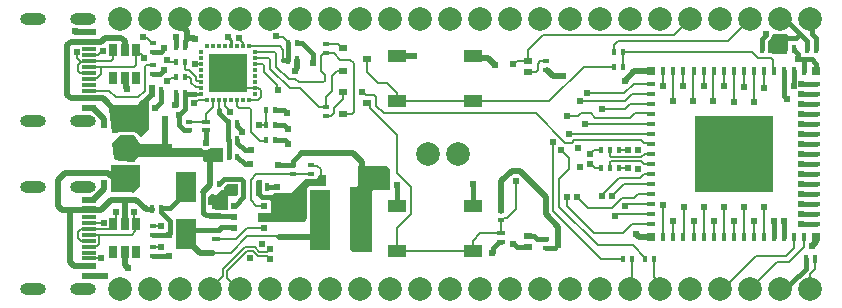
<source format=gtl>
G04*
G04 #@! TF.GenerationSoftware,Altium Limited,Altium Designer,24.8.2 (39)*
G04*
G04 Layer_Physical_Order=1*
G04 Layer_Color=255*
%FSLAX25Y25*%
%MOIN*%
G70*
G04*
G04 #@! TF.SameCoordinates,D8F2EBC3-14D6-4E67-A03A-7C1A90F15A13*
G04*
G04*
G04 #@! TF.FilePolarity,Positive*
G04*
G01*
G75*
%ADD14C,0.00600*%
%ADD16R,0.01575X0.02362*%
%ADD17R,0.01181X0.01772*%
%ADD18R,0.01772X0.01181*%
%ADD19R,0.12598X0.12598*%
%ADD20R,0.02756X0.02362*%
%ADD21R,0.01575X0.03150*%
%ADD22R,0.01417X0.02362*%
%ADD23R,0.02362X0.01417*%
%ADD24R,0.06693X0.09843*%
%ADD25R,0.02362X0.01968*%
%ADD26R,0.02362X0.01575*%
%ADD27R,0.03150X0.01575*%
%ADD28R,0.06693X0.20472*%
%ADD29R,0.01575X0.03150*%
%ADD30R,0.03150X0.02362*%
%ADD31R,0.04528X0.01173*%
%ADD32R,0.03150X0.03150*%
%ADD33R,0.04724X0.04724*%
%ADD34R,0.04724X0.04724*%
%ADD35R,0.06299X0.03937*%
%ADD36R,0.02756X0.03937*%
%ADD37R,0.04528X0.02323*%
%ADD38R,0.03937X0.01968*%
%AMCUSTOMSHAPE68*
4,1,5,-0.02362,0.02362,0.00000,0.02362,0.02362,0.00000,0.02362,-0.02362,-0.02362,-0.02362,-0.02362,0.02362,0.0*%
%ADD68CUSTOMSHAPE68*%

%ADD69C,0.01500*%
%ADD70C,0.02000*%
%ADD71C,0.00603*%
%ADD72C,0.01001*%
%ADD73C,0.07874*%
%ADD74O,0.08661X0.03937*%
%ADD75C,0.02400*%
G36*
X46689Y72811D02*
Y69100D01*
X46100D01*
X44700Y67700D01*
Y66462D01*
X44400Y65738D01*
Y64862D01*
X44700Y64138D01*
Y58300D01*
X41900Y55500D01*
X40400Y57000D01*
X40235D01*
X40221Y57021D01*
X40133Y57079D01*
X40058Y57153D01*
X39970Y57189D01*
X39890Y57242D01*
X39787Y57262D01*
X39689Y57302D01*
X39594Y57301D01*
X39500Y57320D01*
X34800D01*
X34410Y57242D01*
X34079Y57021D01*
X34058Y57000D01*
X32300D01*
X31400Y65000D01*
X33436Y66400D01*
X41091D01*
X41689Y67543D01*
X42129Y67837D01*
X44200Y69908D01*
X44531Y70404D01*
X44647Y70989D01*
Y73100D01*
X46400D01*
X46689Y72811D01*
D02*
G37*
G36*
X41600Y53223D02*
X52201D01*
X52300Y51800D01*
X62189D01*
X62254Y51735D01*
X63062Y51400D01*
X63938D01*
X64746Y51735D01*
X64811Y51800D01*
X69351D01*
Y49012D01*
X69360Y48968D01*
Y47300D01*
X62983D01*
X62600Y48300D01*
X62600Y48453D01*
Y48300D01*
X62652Y48163D01*
X62600Y48485D01*
X62600Y48816D01*
X62600Y49200D01*
X62500Y49100D01*
X61707Y49100D01*
X41000D01*
X40300Y48400D01*
X39900Y47700D01*
X39500Y47300D01*
X34991Y47700D01*
X33100Y48400D01*
X32200Y53700D01*
X34800Y56300D01*
X39500D01*
X41600Y53223D01*
D02*
G37*
G36*
X41700Y39300D02*
X39300Y36900D01*
X39000Y37200D01*
X31900D01*
Y46200D01*
X41700D01*
Y39300D01*
D02*
G37*
G36*
X74213Y36319D02*
X73328Y36041D01*
X71000Y35900D01*
Y34724D01*
X70898D01*
Y31225D01*
X69468D01*
Y31425D01*
X66776D01*
X66500Y31480D01*
X65600D01*
Y32900D01*
X65500Y33000D01*
X64400D01*
Y35712D01*
X65229Y36512D01*
X67222Y36422D01*
X68619Y37819D01*
X69764D01*
Y38964D01*
X70697Y39897D01*
X74213D01*
Y36319D01*
D02*
G37*
G36*
X103764Y39336D02*
X97364D01*
Y37540D01*
X97200Y37339D01*
Y28717D01*
X97000Y27800D01*
X96249Y27200D01*
X85102D01*
Y27244D01*
X81100D01*
Y30400D01*
X84407D01*
X85100Y30400D01*
X85400Y30700D01*
X85200Y30900D01*
X85200Y31359D01*
Y34300D01*
X85102D01*
Y34724D01*
X82176D01*
X81100Y35800D01*
X80129D01*
Y40804D01*
X80726Y41400D01*
X82165D01*
Y36425D01*
X85740D01*
Y36425D01*
X86740Y36851D01*
X86862Y36800D01*
X87738D01*
X88221Y37000D01*
X92000D01*
X95830Y40830D01*
X96519Y41460D01*
Y41460D01*
X96519Y41460D01*
X100881D01*
Y42454D01*
X101550Y42900D01*
X103764D01*
Y39336D01*
D02*
G37*
G36*
X124900Y45000D02*
Y38100D01*
X120300D01*
X120000Y38400D01*
X119100Y37500D01*
Y17400D01*
X112200D01*
X111600Y18151D01*
Y38900D01*
X113400D01*
X113500Y38800D01*
X114300Y39600D01*
Y45800D01*
X124100D01*
X124900Y45000D01*
D02*
G37*
G36*
X252500Y37300D02*
X226600D01*
Y62600D01*
X252500D01*
Y37300D01*
D02*
G37*
G36*
X258505Y88545D02*
X257400Y87440D01*
Y83200D01*
X252808D01*
X252601Y83338D01*
X252016Y83455D01*
X250900D01*
Y86800D01*
X251295Y87872D01*
X251446Y87935D01*
X252065Y88554D01*
X252400Y89362D01*
Y89500D01*
X252849Y89949D01*
X257400D01*
X258505Y88545D01*
D02*
G37*
D14*
X184000Y62500D02*
X187638D01*
X188638Y63500D01*
X191897D02*
X193397Y62000D01*
X188638Y63500D02*
X191897D01*
X191003Y32097D02*
X199039D01*
X187400Y35700D02*
X191003Y32097D01*
X184000Y32500D02*
X193000Y23500D01*
X202500D02*
X205575Y26575D01*
X193000Y23500D02*
X202500D01*
X194172Y19500D02*
X205894D01*
X181300Y32372D02*
X194172Y19500D01*
X205894D02*
X210000Y15394D01*
X179300Y30854D02*
Y53700D01*
X195154Y15000D02*
X202500D01*
X179300Y30854D02*
X195154Y15000D01*
X87208Y88910D02*
X89377D01*
X86940Y89178D02*
X87208Y88910D01*
X90974Y87313D02*
X91000D01*
X89377Y88910D02*
X90974Y87313D01*
X242700Y53197D02*
Y53300D01*
X239503Y50000D02*
X242700Y53197D01*
X75821Y72079D02*
X79937D01*
X74900Y73000D02*
X75821Y72079D01*
X77890Y68024D02*
X80882D01*
X81923Y69064D01*
Y71156D01*
X81091Y71988D02*
X81923Y71156D01*
X80028Y71988D02*
X81091D01*
X79937Y72079D02*
X80028Y71988D01*
X59879Y67000D02*
X60903Y68024D01*
X59500Y67000D02*
X59879D01*
X60903Y68024D02*
X64110D01*
X265000Y5000D02*
Y10051D01*
X266476Y11527D01*
Y15000D01*
X67000Y21524D02*
X73629D01*
X77374Y25269D01*
X66082Y16882D02*
X71816D01*
X77434Y22500D01*
X77374Y25269D02*
X82912D01*
X87600Y22500D02*
X87800Y22300D01*
X77434Y22500D02*
X87600D01*
X77890Y85937D02*
X88263D01*
X24764Y80945D02*
X24850Y81032D01*
X24677Y80858D02*
X24764Y80945D01*
X82810Y35659D02*
X87500D01*
X127402Y43517D02*
X132051Y38867D01*
X127402Y43517D02*
Y56123D01*
X132051Y29890D02*
Y38867D01*
X127402Y17520D02*
Y25241D01*
X118351Y65174D02*
X127402Y56123D01*
Y25241D02*
X132051Y29890D01*
X24764Y71102D02*
X31306D01*
X33489Y68919D01*
X41048D01*
X43118Y70989D01*
Y78891D01*
X28705Y78895D02*
X39644D01*
X40229Y79481D01*
Y84134D01*
X21620Y80238D02*
Y81067D01*
X20768Y81919D02*
X21620Y81067D01*
X20768Y81919D02*
Y83832D01*
X20500Y84100D02*
X20768Y83832D01*
X21620Y80238D02*
X22240Y80858D01*
X21000Y79619D02*
X21620Y80238D01*
X50830Y74427D02*
X51846Y75442D01*
X53489D02*
X53547Y75500D01*
X51846Y75442D02*
X53489D01*
X50451Y74427D02*
X50830D01*
X24764Y78976D02*
X28705D01*
X40240Y84134D02*
X41118Y83256D01*
X42058D01*
X40240Y84134D02*
Y84724D01*
X42058Y83256D02*
X42953Y82360D01*
Y82070D02*
Y82360D01*
X27011Y81049D02*
X32056D01*
X32642Y81635D01*
X26994Y81032D02*
X27011Y81049D01*
X24850Y81032D02*
X26994D01*
X32642Y81635D02*
Y84606D01*
X32760Y84724D01*
X50500Y81086D02*
X51086Y80500D01*
X53547D01*
X50500Y81086D02*
Y81200D01*
X44050Y88532D02*
X45319Y87264D01*
X42968Y88532D02*
X44050D01*
X42700Y88800D02*
X42968Y88532D01*
X45713Y87264D02*
X46000Y86976D01*
X45319Y87264D02*
X45713D01*
X24850Y83000D02*
X27521D01*
X28921Y84400D01*
X29300D01*
X24764Y82913D02*
X24850Y83000D01*
X28705Y76543D02*
Y78895D01*
X27288Y75126D02*
X28705Y76543D01*
X24850Y75126D02*
X27288D01*
X24764Y75039D02*
X24850Y75126D01*
X21592Y77008D02*
X24764D01*
X21000Y77600D02*
X21592Y77008D01*
X21000Y77600D02*
Y79619D01*
X22240Y80858D02*
X24677D01*
X43118Y78891D02*
X43704Y79476D01*
X46000D01*
X59924Y79976D02*
X60600D01*
X62039D01*
X59900Y80000D02*
X59924Y79976D01*
X62039D02*
X62063Y79953D01*
X166804Y31769D02*
Y41100D01*
X163802Y28768D02*
X166804Y31769D01*
X208298Y41961D02*
X209553Y43215D01*
X201266Y41961D02*
X208298D01*
X211852Y43215D02*
X211944Y43307D01*
X209553Y43215D02*
X211852D01*
X195571Y36097D02*
Y36266D01*
X201266Y41961D01*
X198962Y35838D02*
X203084Y39961D01*
X211944D01*
X208522Y54597D02*
X209616Y53502D01*
X183421Y53761D02*
X185579D01*
X186415Y54597D01*
X173732Y63450D02*
X183421Y53761D01*
X186415Y54597D02*
X208522D01*
X48562Y18938D02*
X48600Y18900D01*
X48524Y18976D02*
X48562Y18938D01*
X46000Y18976D02*
X48524D01*
X46000Y25976D02*
X48676D01*
X48700Y26000D01*
X162209Y28232D02*
X162681D01*
X163216Y28768D01*
X162000Y28024D02*
X162209Y28232D01*
X184600Y44901D02*
Y48766D01*
X182000Y51366D02*
X184600Y48766D01*
X181300Y32372D02*
Y41601D01*
X184600Y44901D01*
X163216Y28768D02*
X163802D01*
X199039Y32097D02*
X202342Y35400D01*
X206400D02*
X207614Y36614D01*
X202342Y35400D02*
X206400D01*
X203760Y32621D02*
X204407Y33268D01*
X211944D01*
X203381Y32621D02*
X203760D01*
X200282Y29397D02*
X200807Y29921D01*
X211944D01*
X199903Y29397D02*
X200282D01*
X24764Y26929D02*
X29496D01*
X24764Y15118D02*
X28528D01*
X211788Y53502D02*
X211944Y53347D01*
X209616Y53502D02*
X211788D01*
X78600Y34500D02*
Y41437D01*
X80360Y32740D02*
X82921D01*
X78600Y34500D02*
X80360Y32740D01*
X78600Y41437D02*
X80410Y43247D01*
X92700D01*
X98700D01*
X81287Y37182D02*
X82810Y35659D01*
X81000Y39000D02*
X81287Y38713D01*
Y37182D02*
Y38713D01*
X101881Y41631D02*
Y44863D01*
X100709Y46035D02*
X101881Y44863D01*
X98865Y46035D02*
X100709D01*
X98700Y46200D02*
X98865Y46035D01*
X117670Y67012D02*
X118351Y66331D01*
X117276Y67012D02*
X117670D01*
X118351Y65174D02*
Y66331D01*
X162000Y23476D02*
Y28024D01*
X154976Y23476D02*
X162000D01*
X152598Y17520D02*
Y21098D01*
X154976Y23476D01*
X127402Y17520D02*
X152598D01*
X189518Y79000D02*
X199671D01*
X178038Y67520D02*
X189518Y79000D01*
X152598Y67520D02*
X178038D01*
X127402D02*
X152598D01*
X117276Y77424D02*
X121000Y73700D01*
X124000D01*
X117276Y77424D02*
Y81512D01*
X127298Y67624D02*
Y70402D01*
Y67624D02*
X127402Y67520D01*
X124000Y73700D02*
X127298Y70402D01*
X115700Y70653D02*
X116025D01*
X116986Y69693D02*
X119473D01*
X122903Y63450D02*
X173732D01*
X120351Y66002D02*
X122903Y63450D01*
X119473Y69693D02*
X120351Y68814D01*
Y66002D02*
Y68814D01*
X116025Y70653D02*
X116986Y69693D01*
X106249Y65249D02*
X109324Y68324D01*
Y70728D01*
X106249Y63543D02*
Y65249D01*
X105370Y62664D02*
X106249Y63543D01*
X103500Y62524D02*
X103641Y62664D01*
X105370D01*
X112314Y63272D02*
X112900Y63857D01*
X111728Y81445D02*
X112900Y80273D01*
Y63857D02*
Y80273D01*
X109324Y63272D02*
X112314D01*
X108230Y81445D02*
X111728D01*
X106151Y83524D02*
X108230Y81445D01*
X103028Y83524D02*
X106151D01*
X105600Y71100D02*
Y76100D01*
X107272Y77772D01*
X103500Y69000D02*
X105600Y71100D01*
X107682Y86476D02*
X108930Y85228D01*
X109324D01*
X103500Y86476D02*
X107682D01*
X107272Y77772D02*
X109324D01*
X103500Y65476D02*
Y69000D01*
X91481Y71800D02*
X94900D01*
X101224Y65476D01*
X85061Y78220D02*
X91481Y71800D01*
X101224Y65476D02*
X103972D01*
X85061Y78220D02*
Y81336D01*
X83060Y77392D02*
X87417Y73035D01*
X83060Y77392D02*
Y79335D01*
X87417Y71583D02*
Y73035D01*
Y71583D02*
X87600Y71400D01*
X81300Y79921D02*
X82475D01*
X83060Y79335D01*
X79969Y79921D02*
X81300D01*
X79937Y79953D02*
X79969Y79921D01*
X79937Y81921D02*
X84475D01*
X85061Y81336D01*
X80026Y83937D02*
X86475D01*
X87060Y83351D01*
Y79049D02*
Y83351D01*
Y79049D02*
X91209Y74900D01*
X88263Y85937D02*
X89445Y84755D01*
Y81345D02*
Y84755D01*
X91209Y74900D02*
X93400D01*
X94500Y73800D01*
X102767D01*
X79937Y83890D02*
X80026Y83801D01*
X102000Y82496D02*
X103028Y83524D01*
X102000Y77627D02*
X103353Y76274D01*
X102000Y77627D02*
Y82496D01*
X103353Y74386D02*
Y76274D01*
X102767Y73800D02*
X103353Y74386D01*
X75722Y87200D02*
X75831Y87091D01*
Y86028D02*
Y87091D01*
Y86028D02*
X75921Y85937D01*
X74512Y88409D02*
X75722Y87200D01*
X74512Y88409D02*
Y88765D01*
X202600Y84000D02*
X245540D01*
X250568Y81925D02*
X250568Y81925D01*
X247615Y81925D02*
X250568D01*
X245540Y84000D02*
X247615Y81925D01*
X250568Y81925D02*
X252016D01*
X252601Y77846D02*
Y81339D01*
X252016Y81925D02*
X252601Y81339D01*
Y77846D02*
X252889Y77559D01*
X202612Y79012D02*
X202624Y79000D01*
X202600Y84000D02*
X202612Y83988D01*
Y79012D02*
Y83988D01*
X200900Y87500D02*
X237500D01*
X245000Y95000D01*
X199647Y86247D02*
X200900Y87500D01*
X199647Y84000D02*
Y86247D01*
X171000Y84500D02*
X176000Y89500D01*
X219500D02*
X225000Y95000D01*
X176000Y89500D02*
X219500D01*
X179200Y53800D02*
X179300Y53700D01*
X66066Y68010D02*
X66079Y68024D01*
X70016D02*
X70101Y67938D01*
X66066Y66800D02*
Y68010D01*
X68071Y66800D02*
Y68000D01*
X63612Y63325D02*
X66066Y65779D01*
Y66800D01*
X63612Y60765D02*
Y63325D01*
X58124Y60753D02*
X63600D01*
X68023Y64554D02*
X68071Y64602D01*
Y66800D01*
X71691Y63991D02*
Y64367D01*
X70101Y65956D02*
Y67938D01*
Y65956D02*
X71691Y64367D01*
X78600Y57191D02*
X81500Y54291D01*
X74538Y65400D02*
X78014D01*
X78600Y64814D01*
Y57191D02*
Y64814D01*
X81500Y54291D02*
X83339D01*
X83547Y54500D01*
X73953Y65986D02*
X74538Y65400D01*
X73953Y65986D02*
Y68024D01*
X83524Y59500D02*
Y64500D01*
X81315Y59500D02*
X83524D01*
X212953Y8907D02*
Y15000D01*
Y8907D02*
X215000Y6860D01*
Y5000D02*
Y6860D01*
X205453Y5453D02*
Y15000D01*
X205000Y5000D02*
X205453Y5453D01*
X210000Y15000D02*
Y15394D01*
X184597Y56596D02*
X211847D01*
X211944Y56693D01*
X184500Y56500D02*
X184597Y56596D01*
X190000Y60000D02*
X211905D01*
X193397Y62000D02*
X205000D01*
X206500Y63500D01*
X188434Y67600D02*
X203152D01*
X205631Y70079D01*
X195500Y64900D02*
X203280D01*
X190500Y70300D02*
X203024D01*
X206149Y73425D01*
X203280Y64900D02*
X205113Y66732D01*
X206500Y63500D02*
X211830D01*
X211944Y63386D01*
X205113Y66732D02*
X211944D01*
X205631Y70079D02*
X211944D01*
X206149Y73425D02*
X211944D01*
X171000Y81000D02*
Y84500D01*
Y77260D02*
X173733D01*
X174319Y77846D01*
Y80093D01*
X176854Y80830D02*
X177000Y80976D01*
X175056Y80830D02*
X176854D01*
X174319Y80093D02*
X175056Y80830D01*
X166379Y80000D02*
X167379Y81000D01*
X171000D01*
X166000Y80000D02*
X166379D01*
X207614Y36614D02*
X211944D01*
X184000Y32500D02*
Y35700D01*
X205575Y26575D02*
X211944D01*
X219424Y22441D02*
Y27700D01*
X222821Y22047D02*
Y32403D01*
X216078Y22441D02*
Y32797D01*
X216081Y32800D01*
X229514Y22047D02*
Y32403D01*
X236207Y22047D02*
Y32403D01*
X242900Y22047D02*
Y32403D01*
X249593Y22047D02*
Y32403D01*
X235000Y5000D02*
X236000D01*
X247000Y16000D01*
X257000D01*
X259582Y18582D01*
Y22441D01*
X254000Y14000D02*
X258040D01*
X245000Y5000D02*
X254000Y14000D01*
X258040D02*
X262928Y18888D01*
Y22441D01*
X242900Y32403D02*
X242903Y32406D01*
X246196Y22441D02*
Y27486D01*
X249593Y32403D02*
X249596Y32406D01*
X239503Y22441D02*
Y27486D01*
X236207Y32403D02*
X236210Y32406D01*
X232810Y22441D02*
Y27486D01*
X229514Y32403D02*
X229517Y32406D01*
X226117Y22441D02*
Y27486D01*
X222821Y32403D02*
X222824Y32406D01*
X216078Y72514D02*
Y77559D01*
X219374Y67597D02*
Y77953D01*
X219371Y67594D02*
X219374Y67597D01*
X222771Y72514D02*
Y77559D01*
X226067Y67597D02*
Y77953D01*
X226064Y67594D02*
X226067Y67597D01*
X229464Y72514D02*
Y77559D01*
X232759Y67597D02*
Y77953D01*
X232756Y67594D02*
X232759Y67597D01*
X236157Y72514D02*
Y77559D01*
X239500Y67200D02*
X239503Y67203D01*
Y77559D01*
X242900Y72120D02*
Y77165D01*
X242849Y76772D02*
Y77559D01*
X246196Y67203D02*
Y77559D01*
X246193Y67200D02*
X246196Y67203D01*
X249500Y72000D02*
X249542Y72042D01*
Y77559D01*
D16*
X53547Y75500D02*
D03*
X56500D02*
D03*
X53547Y80500D02*
D03*
X56500D02*
D03*
X195300Y51300D02*
D03*
X198253D02*
D03*
X201205D02*
D03*
X198253D02*
D03*
X201176Y45200D02*
D03*
X198224D02*
D03*
X195271D02*
D03*
X198224D02*
D03*
X90949Y86945D02*
D03*
X93902D02*
D03*
X74100Y49000D02*
D03*
X71147D02*
D03*
X68195D02*
D03*
X71147D02*
D03*
X76000Y38500D02*
D03*
X67976Y40000D02*
D03*
X83524Y64500D02*
D03*
X205453Y15000D02*
D03*
X212953D02*
D03*
X210000D02*
D03*
X202500D02*
D03*
X202624Y79000D02*
D03*
X202600Y84000D02*
D03*
X73047Y38500D02*
D03*
X199647Y84000D02*
D03*
X199671Y79000D02*
D03*
X65024Y40000D02*
D03*
X86476Y64500D02*
D03*
D17*
X71984Y68024D02*
D03*
X75921D02*
D03*
X73953Y85937D02*
D03*
X70016D02*
D03*
X68047D02*
D03*
X66079D02*
D03*
X64110D02*
D03*
X77890D02*
D03*
X68047Y68024D02*
D03*
X64110D02*
D03*
X70016D02*
D03*
X77890D02*
D03*
X71984Y85937D02*
D03*
X66079Y68024D02*
D03*
X73953D02*
D03*
X75921Y85937D02*
D03*
D18*
X62063Y83890D02*
D03*
Y81921D02*
D03*
Y77984D02*
D03*
Y76016D02*
D03*
X79937Y70110D02*
D03*
Y74047D02*
D03*
Y76016D02*
D03*
Y77984D02*
D03*
X62063Y70110D02*
D03*
X79937Y81921D02*
D03*
X62063Y72079D02*
D03*
Y74047D02*
D03*
X79937Y72079D02*
D03*
Y83890D02*
D03*
Y79953D02*
D03*
X62063D02*
D03*
D19*
X71000Y77000D02*
D03*
D20*
X171000Y19000D02*
D03*
Y22740D02*
D03*
Y77260D02*
D03*
Y81000D02*
D03*
D21*
X266476Y15000D02*
D03*
X263524D02*
D03*
X91037Y81345D02*
D03*
X93990D02*
D03*
X71100Y60000D02*
D03*
X74053D02*
D03*
X71124Y54476D02*
D03*
X74076D02*
D03*
X266953Y85000D02*
D03*
X249024D02*
D03*
X259476D02*
D03*
X53524Y86000D02*
D03*
X48476Y71000D02*
D03*
X53547Y70000D02*
D03*
X81000Y39000D02*
D03*
X48476Y31500D02*
D03*
X56476Y86000D02*
D03*
X45524Y31500D02*
D03*
Y71000D02*
D03*
X264000Y85000D02*
D03*
X256524D02*
D03*
X251976D02*
D03*
X56500Y70000D02*
D03*
X83953Y39000D02*
D03*
D22*
X83547Y54500D02*
D03*
X86500D02*
D03*
X86476Y59500D02*
D03*
X83524D02*
D03*
D23*
X162000Y30976D02*
D03*
Y28024D02*
D03*
X103500Y62524D02*
D03*
Y65476D02*
D03*
Y83524D02*
D03*
Y86476D02*
D03*
X92700Y43247D02*
D03*
Y46200D02*
D03*
D24*
X57000Y38874D02*
D03*
Y23126D02*
D03*
D25*
X82921Y32740D02*
D03*
X73079D02*
D03*
X82921Y25260D02*
D03*
X73079D02*
D03*
X82921Y29000D02*
D03*
X73079D02*
D03*
D26*
X98700Y43247D02*
D03*
X46000Y18976D02*
D03*
Y25976D02*
D03*
Y79476D02*
D03*
Y86976D02*
D03*
X177000Y21476D02*
D03*
Y80976D02*
D03*
X58100Y60776D02*
D03*
X46000Y76524D02*
D03*
Y84024D02*
D03*
X98700Y46200D02*
D03*
X46000Y23024D02*
D03*
Y16024D02*
D03*
X177000Y78024D02*
D03*
Y18524D02*
D03*
X58100Y57824D02*
D03*
D27*
X67000Y21524D02*
D03*
Y24476D02*
D03*
X63600Y60753D02*
D03*
X211944Y26575D02*
D03*
Y36614D02*
D03*
Y29921D02*
D03*
Y33268D02*
D03*
Y39961D02*
D03*
Y43307D02*
D03*
Y53347D02*
D03*
Y56693D02*
D03*
Y60039D02*
D03*
Y63386D02*
D03*
Y66732D02*
D03*
Y70079D02*
D03*
Y73425D02*
D03*
X267062D02*
D03*
Y70079D02*
D03*
Y63386D02*
D03*
Y60039D02*
D03*
Y66732D02*
D03*
Y53347D02*
D03*
Y56693D02*
D03*
Y33268D02*
D03*
Y50000D02*
D03*
Y46654D02*
D03*
Y39961D02*
D03*
Y36614D02*
D03*
Y43307D02*
D03*
Y29921D02*
D03*
Y26575D02*
D03*
X162000Y20524D02*
D03*
X63600Y57800D02*
D03*
X211944Y46654D02*
D03*
Y50000D02*
D03*
X162000Y23476D02*
D03*
D28*
X101710Y28100D02*
D03*
X115490D02*
D03*
D29*
X242849Y22441D02*
D03*
X246196D02*
D03*
X259582D02*
D03*
X249542D02*
D03*
X239503D02*
D03*
X236157D02*
D03*
X232810D02*
D03*
X229464D02*
D03*
X226117D02*
D03*
X222771D02*
D03*
X219424D02*
D03*
X216078D02*
D03*
Y77559D02*
D03*
X219424D02*
D03*
X222771D02*
D03*
X226117D02*
D03*
X229464D02*
D03*
X232810D02*
D03*
X236157D02*
D03*
X239503D02*
D03*
X242849D02*
D03*
X246196D02*
D03*
X249542D02*
D03*
X252889D02*
D03*
X262928D02*
D03*
X259582D02*
D03*
X256235Y22441D02*
D03*
X252889D02*
D03*
X262928D02*
D03*
X256235Y77559D02*
D03*
D30*
X109324Y63272D02*
D03*
Y85228D02*
D03*
Y70728D02*
D03*
Y77772D02*
D03*
X117276Y67012D02*
D03*
Y81512D02*
D03*
D31*
X24764Y15118D02*
D03*
Y26929D02*
D03*
Y71102D02*
D03*
Y82913D02*
D03*
Y22992D02*
D03*
Y19055D02*
D03*
Y21024D02*
D03*
Y24961D02*
D03*
Y78976D02*
D03*
Y75039D02*
D03*
Y77008D02*
D03*
Y80945D02*
D03*
Y73071D02*
D03*
Y84882D02*
D03*
Y17087D02*
D03*
Y28898D02*
D03*
D32*
X267062Y77559D02*
D03*
X211944D02*
D03*
X267062Y22441D02*
D03*
X211944D02*
D03*
D33*
X239503Y56496D02*
D03*
X233007D02*
D03*
X245999Y43504D02*
D03*
X239503Y50000D02*
D03*
X233007D02*
D03*
X239503Y43504D02*
D03*
X233007D02*
D03*
D34*
X245999Y50000D02*
D03*
D35*
X152598Y82480D02*
D03*
X127402D02*
D03*
Y32480D02*
D03*
X152598D02*
D03*
Y17520D02*
D03*
X127402D02*
D03*
X152598Y67520D02*
D03*
X127402D02*
D03*
D36*
X36500Y75276D02*
D03*
Y17276D02*
D03*
X40240Y26724D02*
D03*
X32760D02*
D03*
X40240Y84724D02*
D03*
X32760D02*
D03*
X36500Y26724D02*
D03*
Y84724D02*
D03*
X32760Y17276D02*
D03*
X40240D02*
D03*
X32760Y75276D02*
D03*
X40240D02*
D03*
D37*
X24764Y90591D02*
D03*
Y65394D02*
D03*
Y34606D02*
D03*
Y9409D02*
D03*
Y31457D02*
D03*
Y12559D02*
D03*
Y87441D02*
D03*
Y68543D02*
D03*
D38*
X66500Y34559D02*
D03*
Y29441D02*
D03*
D68*
X245999Y56496D02*
D03*
D69*
X51650Y23594D02*
Y27539D01*
X51200Y22900D02*
Y23144D01*
X48476Y30713D02*
Y31500D01*
Y30713D02*
X51650Y27539D01*
X51200Y23144D02*
X51650Y23594D01*
X48476Y31776D02*
X48514Y31813D01*
X51514D01*
X48476Y31500D02*
Y31776D01*
X51514Y31813D02*
X57000Y37299D01*
Y38874D01*
X256561Y88461D02*
X256650Y88550D01*
X256700Y88600D01*
X253524Y88500D02*
X253574Y88550D01*
X256650D01*
X261550Y89950D02*
X263978Y87522D01*
X256500Y95000D02*
X261550Y89950D01*
X256700Y88600D02*
X260200D01*
X261550Y89950D01*
X172828Y22559D02*
X173911Y21476D01*
X171181Y22559D02*
X172828D01*
X173911Y21476D02*
X177000D01*
X171000Y22740D02*
X171181Y22559D01*
X256235Y69365D02*
X257300Y68300D01*
X256235Y69365D02*
Y77559D01*
X54700Y63000D02*
X54872Y63172D01*
X54668Y62968D02*
X54700Y63000D01*
X263978Y85022D02*
X264000Y85000D01*
X93902Y86782D02*
X95494D01*
X57384Y88464D02*
X57393Y88472D01*
X56514Y87594D02*
X57384Y88464D01*
X67000Y24476D02*
X67787D01*
X58350D02*
X67000D01*
X68704Y25494D02*
X72648D01*
X67825Y24514D02*
Y24615D01*
X68704Y25494D01*
X67787Y24476D02*
X67825Y24514D01*
X57000Y23126D02*
X58350Y24476D01*
X76000Y35496D02*
Y40802D01*
X75121Y41681D02*
X76000Y40802D01*
X69689Y41681D02*
X75121D01*
X73510Y32974D02*
Y33006D01*
X76000Y35496D01*
X73079Y32740D02*
X73276D01*
X73510Y32974D01*
X67976Y40394D02*
X68014Y40431D01*
X68439D02*
X69689Y41681D01*
X68014Y40431D02*
X68439D01*
X67976Y40000D02*
Y40394D01*
X72441Y29441D02*
X72882Y29000D01*
X66500Y29441D02*
X72441D01*
X72882Y29000D02*
X73079D01*
X63479Y29554D02*
X66387D01*
X62600Y30433D02*
Y37183D01*
X66387Y29554D02*
X66500Y29441D01*
X62600Y30433D02*
X63479Y29554D01*
X59728Y88472D02*
X59900Y88300D01*
X56514Y86037D02*
Y87594D01*
X50300Y50650D02*
X66938D01*
X56476Y86000D02*
X56514Y86037D01*
X55000Y93318D02*
Y95000D01*
X68195Y49000D02*
Y49394D01*
X66938Y50650D02*
X68195Y49394D01*
X74053Y59213D02*
X75720Y57546D01*
X74053Y59213D02*
Y60000D01*
X75720Y57393D02*
Y57546D01*
X43489Y62951D02*
Y68177D01*
X42610Y62072D02*
X43489Y62951D01*
X36800Y62072D02*
X42610D01*
X43489Y68177D02*
X45524Y70213D01*
Y71000D01*
X53510Y66232D02*
Y69963D01*
X53547Y70000D01*
X53433Y66155D02*
X53510Y66232D01*
X46000Y16024D02*
X46037Y15986D01*
X51314D01*
X51400Y15900D01*
X51114Y22986D02*
X51200Y22900D01*
X46037Y22986D02*
X51114D01*
X46000Y23024D02*
X46037Y22986D01*
X43500Y31500D02*
X45524D01*
X48476Y84024D02*
X49782Y85329D01*
X46000Y84024D02*
X48476D01*
X46000Y76524D02*
X48376D01*
X49665Y77813D01*
X53524Y86000D02*
Y89043D01*
X46600Y65300D02*
X48476Y67176D01*
Y71000D01*
X87700Y46200D02*
X92700D01*
X83953Y39000D02*
X87300D01*
X92700Y47721D02*
X95279Y50300D01*
X92700Y46200D02*
Y47721D01*
X127402Y32480D02*
Y39698D01*
X127400Y39700D02*
X127402Y39698D01*
X90986Y86514D02*
X91037Y86463D01*
Y81345D02*
Y86463D01*
X89445Y81345D02*
X91037D01*
X90986Y86514D02*
Y86856D01*
X95494Y86782D02*
X99128Y83148D01*
Y80372D02*
Y83148D01*
Y80372D02*
X99300Y80200D01*
X56500Y70000D02*
Y70063D01*
X56537Y70100D01*
X59800D01*
X56500Y65051D02*
Y70000D01*
X54872Y63423D02*
X56500Y65051D01*
X54668Y59557D02*
Y62968D01*
X56363Y57861D02*
X58063D01*
X58100Y57824D01*
X54872Y63172D02*
Y63423D01*
X54668Y59557D02*
X56363Y57861D01*
X68023Y63486D02*
X70685Y60825D01*
X68023Y63486D02*
Y64554D01*
X71100Y60000D02*
Y60787D01*
X71063Y60825D02*
X71100Y60787D01*
X70685Y60825D02*
X71063D01*
X71135Y49012D02*
X71147Y49000D01*
X71124Y54476D02*
X71135Y54465D01*
Y49012D02*
Y54465D01*
X71100Y60000D02*
X71112Y59988D01*
Y54488D02*
Y59988D01*
Y54488D02*
X71124Y54476D01*
X74076Y53689D02*
X76465Y51300D01*
X78600D01*
X74076Y53689D02*
Y54476D01*
X76600Y46500D02*
X78300D01*
X74100Y49000D02*
X76600Y46500D01*
X63587Y57800D02*
X63600D01*
X63500Y53600D02*
X63550Y53650D01*
Y57763D02*
X63587Y57800D01*
X63550Y53650D02*
Y57763D01*
X89900Y54500D02*
X91100Y53300D01*
X86500Y54500D02*
X89900D01*
X89700Y59500D02*
X90900Y58300D01*
X86476Y59500D02*
X89700D01*
Y64500D02*
X90500Y63700D01*
X86476Y64500D02*
X89700D01*
X152500Y32579D02*
Y40000D01*
X159000Y17000D02*
X159172Y17172D01*
Y18483D01*
X161213Y20524D01*
X162000D01*
X177000Y18524D02*
X180024D01*
X152500Y32579D02*
X152598Y32480D01*
X166244Y20000D02*
X167244Y19000D01*
X166000Y20000D02*
X166244D01*
X167244Y19000D02*
X171000D01*
X256725Y5000D02*
X258716Y6991D01*
X258759D01*
X263524Y11756D01*
X255000Y5000D02*
X256725D01*
X263524Y11756D02*
Y15000D01*
X256524Y85000D02*
X256561Y85037D01*
Y88461D01*
X249061Y85037D02*
Y88418D01*
X250200Y89556D01*
Y89800D01*
X252014Y87171D02*
X253343Y88500D01*
X252014Y85037D02*
Y87171D01*
X253343Y88500D02*
X253524D01*
X251976Y85000D02*
X252014Y85037D01*
X249024Y85000D02*
X249061Y85037D01*
X265578Y89828D02*
Y94422D01*
X266953Y85000D02*
Y88453D01*
X265578Y89828D02*
X266953Y88453D01*
X265000Y95000D02*
X265578Y94422D01*
X263978Y85022D02*
Y87522D01*
X255000Y95000D02*
X256500D01*
X263250Y81500D02*
X265500D01*
X261000D02*
X263250D01*
X262928Y81178D02*
X263250Y81500D01*
X262928Y77559D02*
Y81178D01*
X265500Y81500D02*
X267000Y80000D01*
Y77621D02*
Y80000D01*
Y77621D02*
X267062Y77559D01*
X261000Y81500D02*
Y83114D01*
X259476Y84638D02*
X261000Y83114D01*
X259476Y84638D02*
Y85000D01*
X259582Y72514D02*
Y77559D01*
X262017Y73425D02*
X267062D01*
X262017Y70079D02*
X267062D01*
X262017Y66732D02*
X267062D01*
X262017Y63386D02*
X267062D01*
X262017Y60039D02*
X267062D01*
X262017Y56693D02*
X267062D01*
X262017Y53347D02*
X267062D01*
X262017Y50000D02*
X267062D01*
X262017Y46654D02*
X267062D01*
X262017Y43307D02*
X267062D01*
X262017Y39961D02*
X267062D01*
X262017Y36614D02*
X267062D01*
X262017Y33268D02*
X267062D01*
X262017Y29921D02*
X267062D01*
X262017Y26575D02*
X267062D01*
X252889Y22441D02*
Y27486D01*
X256235Y22441D02*
Y27486D01*
X177000Y77992D02*
X177181Y77811D01*
X177000Y77992D02*
Y78024D01*
D70*
X68592Y32467D02*
X69380D01*
X69456Y32391D01*
X66500Y34559D02*
X68592Y32467D01*
X93990Y78498D02*
Y81345D01*
X93200Y77708D02*
X93990Y78498D01*
X93200Y77600D02*
Y77708D01*
X67453Y34559D02*
X71213Y38319D01*
X72866D02*
X73047Y38500D01*
X66500Y34559D02*
X67453D01*
X71213Y38319D02*
X72866D01*
X162000Y30976D02*
Y40822D01*
X176800Y29819D02*
X181000Y25619D01*
X176800Y29819D02*
Y35629D01*
X168129Y44300D02*
X176800Y35629D01*
X165478Y44300D02*
X168129D01*
X162000Y40822D02*
X165478Y44300D01*
X181000Y19700D02*
Y25619D01*
X61670Y16882D02*
X66082D01*
X57000Y21551D02*
X61670Y16882D01*
X57000Y21551D02*
Y23126D01*
X87824Y22276D02*
X99364D01*
X87800Y22300D02*
X87824Y22276D01*
X101710Y24622D02*
Y28100D01*
X99364Y22276D02*
X101710Y24622D01*
X36500Y84724D02*
Y87528D01*
Y83724D02*
Y84724D01*
X24764Y68543D02*
X29157D01*
X18472D02*
X24764D01*
X65516Y29441D02*
X66500D01*
X62600Y37183D02*
X65024Y39606D01*
Y40000D01*
Y50326D01*
X115490Y28100D02*
Y39623D01*
Y47385D01*
Y39623D02*
X122424D01*
X122500Y39700D01*
X57384Y88464D02*
Y90934D01*
X57393Y88472D02*
X59728D01*
X55000Y93318D02*
X57384Y90934D01*
X37786Y50850D02*
X50100D01*
X36800Y51836D02*
X37786Y50850D01*
X50100D02*
Y61700D01*
X35628Y62072D02*
X36800D01*
X29157Y68543D02*
X35628Y62072D01*
X14300Y41128D02*
X16771Y43600D01*
X31907Y42518D02*
X35882D01*
X16771Y43600D02*
X30825D01*
X35882Y42518D02*
X36800Y41600D01*
X30825Y43600D02*
X31907Y42518D01*
X14300Y32467D02*
Y41128D01*
X36862Y72246D02*
Y74307D01*
X37381Y71619D02*
Y71727D01*
X36862Y72246D02*
X37381Y71727D01*
X18472Y87441D02*
X24764D01*
X17300Y69715D02*
X18472Y68543D01*
X17300Y69715D02*
Y86269D01*
X18472Y87441D01*
X29897Y88700D02*
X35328D01*
X24764Y87441D02*
X28637D01*
X29897Y88700D01*
X19900Y90800D02*
X19976Y90724D01*
X24631D01*
X24764Y90591D01*
X35328Y88700D02*
X36500Y87528D01*
X28676Y31295D02*
X32020Y34639D01*
X24925Y31295D02*
X28676D01*
X32020Y34639D02*
X36547D01*
X24764Y31457D02*
X24925Y31295D01*
X40361Y34639D02*
X43500Y31500D01*
X36547Y34639D02*
X40361D01*
X36547Y26772D02*
Y34639D01*
X15472Y31295D02*
X18400D01*
X19572Y12720D02*
X24602D01*
X18400Y13892D02*
X19572Y12720D01*
X18400Y31295D02*
X19907D01*
X18400Y13892D02*
Y31295D01*
X19907D02*
X24602D01*
X14300Y32467D02*
X15472Y31295D01*
X24602Y12720D02*
X24764Y12559D01*
X24602Y31295D02*
X24764Y31457D01*
X25866Y65394D02*
X29600Y61660D01*
Y59700D02*
Y61660D01*
X24764Y65394D02*
X25866D01*
X29500Y38200D02*
Y40400D01*
X26068Y34768D02*
X29500Y38200D01*
X24925Y34768D02*
X26068D01*
X24764Y34606D02*
X24925Y34768D01*
X36500Y13000D02*
X37600Y11900D01*
X36500Y13000D02*
Y17276D01*
X24764Y9409D02*
X30091D01*
X30100Y9400D01*
X112575Y50300D02*
X115490Y47385D01*
X95279Y50300D02*
X112575D01*
X97508Y40336D02*
X100586D01*
X101881Y41631D01*
X94900Y37728D02*
X97508Y40336D01*
X94900Y35708D02*
Y37728D01*
X94850Y35550D02*
X94900Y35600D01*
X87200Y29000D02*
X91100D01*
X91150Y29050D02*
X94850D01*
X94900Y29100D01*
X91100Y29000D02*
X91150Y29050D01*
X94850Y29150D02*
Y32350D01*
Y29150D02*
X94900Y29100D01*
X94800Y32400D02*
X94850Y32350D01*
Y32450D02*
Y35550D01*
X94800Y32400D02*
X94850Y32450D01*
X87323Y29232D02*
Y32324D01*
X87200Y29000D02*
Y29108D01*
X87323Y32324D02*
X87400Y32400D01*
X87200Y29108D02*
X87323Y29232D01*
X87450Y32450D02*
Y35550D01*
X87400Y32400D02*
X87450Y32450D01*
Y35550D02*
X87500Y35600D01*
X82921Y29000D02*
X87200D01*
X157489Y82011D02*
X160000Y79500D01*
X152598Y82480D02*
X153068Y82011D01*
X157489D01*
X132980Y82480D02*
X133000Y82500D01*
X127402Y82480D02*
X132980D01*
X203153Y74300D02*
X206412Y77559D01*
X211944D01*
X179147Y75876D02*
X182423D01*
X177213Y77811D02*
X179147Y75876D01*
X182423D02*
X182500Y75800D01*
X207108Y23200D02*
X207867Y22441D01*
X207000Y23200D02*
X207108D01*
X207867Y22441D02*
X211944D01*
X265628Y19128D02*
X267000Y20500D01*
Y22379D02*
X267062Y22441D01*
X267000Y20500D02*
Y22379D01*
X239503Y56496D02*
Y60999D01*
X245999Y56496D02*
X250502D01*
X245999Y50000D02*
X250502D01*
X245999Y43504D02*
X250502D01*
X239503Y39001D02*
Y43504D01*
X228504D02*
X233007D01*
X228504Y50000D02*
X233007D01*
X228504Y56496D02*
X233007D01*
X228500Y56500D02*
X228504Y56496D01*
D71*
X76666Y18904D02*
X79835D01*
X77247Y17502D02*
X79253D01*
X69300Y11539D02*
X76666Y18904D01*
X70703Y8677D02*
Y10958D01*
X77247Y17502D01*
X69300Y9300D02*
Y11539D01*
X80856Y15899D02*
X83848D01*
X79253Y17502D02*
X80856Y15899D01*
X81437Y17301D02*
X83848D01*
X79835Y18904D02*
X81437Y17301D01*
X84747Y15000D02*
X85100D01*
X83848Y15899D02*
X84747Y15000D01*
Y18200D02*
X85100D01*
X83848Y17301D02*
X84747Y18200D01*
X57827Y77983D02*
X60276Y75533D01*
X56500Y78443D02*
Y80500D01*
X60276Y74516D02*
Y75533D01*
X56961Y77983D02*
X57827D01*
X56500Y78443D02*
X56961Y77983D01*
X60600Y74192D02*
X60629Y74163D01*
X61948D01*
X60276Y74516D02*
X60600Y74192D01*
X61948Y74163D02*
X62063Y74047D01*
X60203Y72126D02*
X60600D01*
X62016D01*
X62063Y72079D01*
X58673Y73656D02*
X60203Y72126D01*
X58673Y73656D02*
Y74869D01*
X58042Y75500D02*
X58673Y74869D01*
X56500Y75500D02*
X58042D01*
X40029Y24205D02*
Y26513D01*
X38818Y22994D02*
X40029Y24205D01*
Y26513D02*
X40240Y26724D01*
X27929Y22979D02*
X31200Y22984D01*
X38818Y22994D01*
X27929Y20064D02*
Y22992D01*
X24764D02*
X25049D01*
X24778Y22978D02*
X27206D01*
X25049Y22992D02*
X27206Y22978D01*
X27929Y22979D01*
X32760Y26134D02*
Y26724D01*
X31454Y24828D02*
X32760Y26134D01*
X24897Y24828D02*
X31454D01*
X24764Y24961D02*
X24897Y24828D01*
X27206Y19340D02*
X27929Y20064D01*
X25049Y19340D02*
X27206D01*
X24764Y19055D02*
X25049Y19340D01*
X21100Y21800D02*
X21876Y21024D01*
X21100Y21800D02*
Y24006D01*
X21876Y21024D02*
X24764D01*
X21100Y24006D02*
X21949Y24854D01*
X24657D02*
X24764Y24961D01*
X21949Y24854D02*
X24657D01*
X191500Y49800D02*
X193000Y51300D01*
X195300D01*
X193170Y45200D02*
X195271D01*
X191500Y46506D02*
X191864D01*
X193170Y45200D01*
X32760Y26724D02*
X33547Y27512D01*
Y30700D01*
X39700Y27265D02*
X40240Y26724D01*
X39700Y27265D02*
Y30700D01*
X202459Y47552D02*
X208749D01*
X209647Y46654D01*
X211944D01*
X208754Y48954D02*
X209800Y50000D01*
X211944D01*
X201878Y48954D02*
X208754D01*
X198591Y48952D02*
X201875D01*
X201878Y48954D01*
X198591Y47548D02*
X202456D01*
X198238Y45215D02*
Y47195D01*
X198591Y47548D01*
X202456D02*
X202459Y47552D01*
X198238Y49305D02*
Y51285D01*
Y49305D02*
X198591Y48952D01*
X201226Y45250D02*
X204321D01*
X201205Y51300D02*
X201306Y51400D01*
X204400D01*
X198224Y45200D02*
X198238Y45215D01*
Y51285D02*
X198253Y51300D01*
X70703Y8677D02*
X74380Y5000D01*
X65000D02*
X69300Y9300D01*
X74380Y5000D02*
X75000D01*
D72*
X71000Y88800D02*
X71984Y87816D01*
Y85937D02*
Y87816D01*
X59800Y70100D02*
X59810Y70110D01*
X62063D01*
D73*
X36800Y62072D02*
D03*
Y41600D02*
D03*
Y51836D02*
D03*
X205000Y5000D02*
D03*
X215000D02*
D03*
X55000D02*
D03*
X45000D02*
D03*
X235000D02*
D03*
X225000D02*
D03*
X195000D02*
D03*
X185000D02*
D03*
X175000D02*
D03*
X165000D02*
D03*
X155000D02*
D03*
X145000D02*
D03*
X135000D02*
D03*
X125000D02*
D03*
X115000D02*
D03*
X105000D02*
D03*
X95000D02*
D03*
X85000D02*
D03*
X65000Y95000D02*
D03*
X75000D02*
D03*
X85000D02*
D03*
X95000D02*
D03*
X105000D02*
D03*
X115000D02*
D03*
X125000D02*
D03*
X135000D02*
D03*
X145000D02*
D03*
X155000D02*
D03*
X165000D02*
D03*
X175000D02*
D03*
X185000D02*
D03*
X195000D02*
D03*
X205000D02*
D03*
X215000D02*
D03*
X225000D02*
D03*
X235000D02*
D03*
X265000D02*
D03*
X255000Y5000D02*
D03*
X45000Y95000D02*
D03*
X35000Y5000D02*
D03*
X245000Y95000D02*
D03*
X75000Y5000D02*
D03*
X65000D02*
D03*
X245000D02*
D03*
X55000Y95000D02*
D03*
X255000D02*
D03*
X265000Y5000D02*
D03*
X147500Y50000D02*
D03*
X137500D02*
D03*
X35000Y95000D02*
D03*
D74*
X5965D02*
D03*
X22500D02*
D03*
Y60984D02*
D03*
Y39016D02*
D03*
X5965Y60984D02*
D03*
Y39016D02*
D03*
X22500Y5000D02*
D03*
X5965D02*
D03*
D75*
X86940Y89178D02*
D03*
X59500Y67000D02*
D03*
X69456Y32391D02*
D03*
X85100Y15000D02*
D03*
Y18200D02*
D03*
X257300Y68300D02*
D03*
X122500Y39700D02*
D03*
X50100Y61700D02*
D03*
X59900Y88300D02*
D03*
X75720Y57393D02*
D03*
X37381Y71619D02*
D03*
X20500Y84100D02*
D03*
X50451Y74427D02*
D03*
X42953Y82070D02*
D03*
X50500Y81200D02*
D03*
X53433Y66155D02*
D03*
X42700Y88800D02*
D03*
X29300Y84400D02*
D03*
X19900Y90800D02*
D03*
X59900Y80000D02*
D03*
X187400Y35700D02*
D03*
X166804Y41100D02*
D03*
X195571Y36097D02*
D03*
X198962Y35838D02*
D03*
X187600Y51800D02*
D03*
X188200Y45700D02*
D03*
X51400Y15900D02*
D03*
X51200Y22900D02*
D03*
X48562Y18938D02*
D03*
X48700Y26000D02*
D03*
X28528Y15118D02*
D03*
X29496Y26929D02*
D03*
X191500Y46506D02*
D03*
Y49800D02*
D03*
X182000Y51366D02*
D03*
X203381Y32621D02*
D03*
X199903Y29397D02*
D03*
X33547Y30700D02*
D03*
X39700D02*
D03*
X207510Y44991D02*
D03*
X207700Y51300D02*
D03*
X204321Y45250D02*
D03*
X204400Y51400D02*
D03*
X78200Y15200D02*
D03*
X82300Y19800D02*
D03*
X29600Y59700D02*
D03*
X29500Y40400D02*
D03*
X46600Y65300D02*
D03*
X49665Y77813D02*
D03*
X49782Y85329D02*
D03*
X53524Y89043D02*
D03*
X37600Y11900D02*
D03*
X30091Y9409D02*
D03*
X87300Y39000D02*
D03*
X87700Y46200D02*
D03*
X94900Y35600D02*
D03*
X91000Y35500D02*
D03*
X87500Y35600D02*
D03*
X87400Y32400D02*
D03*
X91100D02*
D03*
X94800D02*
D03*
X94900Y29100D02*
D03*
X91100Y29000D02*
D03*
X87200D02*
D03*
X127402Y39698D02*
D03*
X115700Y70653D02*
D03*
X99300Y80200D02*
D03*
X93200Y77600D02*
D03*
X74512Y88765D02*
D03*
X179200Y53800D02*
D03*
X87600Y71400D02*
D03*
X67000Y73000D02*
D03*
X67200Y80800D02*
D03*
X74600Y80700D02*
D03*
X74900Y73000D02*
D03*
X71000Y88800D02*
D03*
X54700Y63000D02*
D03*
X71691Y63991D02*
D03*
X78600Y51300D02*
D03*
X78300Y46500D02*
D03*
X63500Y53600D02*
D03*
X81315Y59500D02*
D03*
X91100Y53300D02*
D03*
X90900Y58300D02*
D03*
X90500Y63700D02*
D03*
X160000Y79500D02*
D03*
X132980Y82480D02*
D03*
X184000Y62500D02*
D03*
X184500Y56500D02*
D03*
X190000Y60000D02*
D03*
X195500Y64900D02*
D03*
X188434Y67600D02*
D03*
X203153Y74300D02*
D03*
X190500Y70300D02*
D03*
X182500Y75800D02*
D03*
X166000Y80000D02*
D03*
X152500Y40000D02*
D03*
X184000Y35700D02*
D03*
X226117Y27486D02*
D03*
X219424Y27700D02*
D03*
X181000Y19700D02*
D03*
X159000Y17000D02*
D03*
X207000Y23200D02*
D03*
X166000Y20000D02*
D03*
X265628Y19128D02*
D03*
X256700Y88600D02*
D03*
X250200Y89800D02*
D03*
X253524Y88500D02*
D03*
X261000Y81500D02*
D03*
X242700Y46700D02*
D03*
Y53300D02*
D03*
X236200Y53200D02*
D03*
Y46700D02*
D03*
X239507Y61003D02*
D03*
X250506Y56492D02*
D03*
X250506Y49996D02*
D03*
Y43500D02*
D03*
X239499Y38997D02*
D03*
X228500Y43508D02*
D03*
Y50004D02*
D03*
Y56500D02*
D03*
X259582Y72514D02*
D03*
X262017Y73425D02*
D03*
Y70079D02*
D03*
Y66732D02*
D03*
Y63386D02*
D03*
Y60039D02*
D03*
Y56693D02*
D03*
Y53347D02*
D03*
Y50000D02*
D03*
Y46654D02*
D03*
Y43307D02*
D03*
Y39961D02*
D03*
Y36614D02*
D03*
Y33268D02*
D03*
Y29921D02*
D03*
Y26575D02*
D03*
X242903Y32406D02*
D03*
X246196Y27486D02*
D03*
X249596Y32406D02*
D03*
X239503Y27486D02*
D03*
X236210Y32406D02*
D03*
X232810Y27486D02*
D03*
X229517Y32406D02*
D03*
X222824D02*
D03*
X216081Y32800D02*
D03*
X216078Y72514D02*
D03*
X219371Y67594D02*
D03*
X222771Y72514D02*
D03*
X226064Y67594D02*
D03*
X229464Y72514D02*
D03*
X232756Y67594D02*
D03*
X236157Y72514D02*
D03*
X239500Y67200D02*
D03*
X242900Y72120D02*
D03*
X246193Y67200D02*
D03*
X249500Y72000D02*
D03*
X256235Y27486D02*
D03*
X252889D02*
D03*
M02*

</source>
